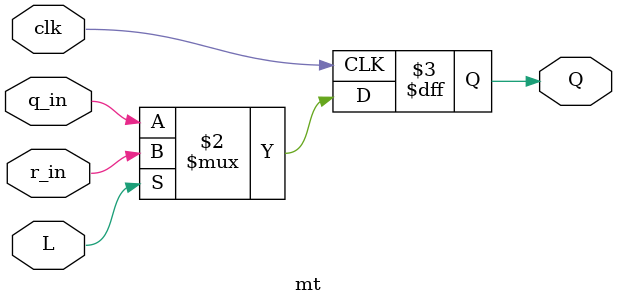
<source format=v>
module top_module (
	input [2:0] SW,      // R
	input [1:0] KEY,     // L and clk
	output [2:0] LEDR);  // Q

    mt inst1(KEY[0], KEY[1], SW[0], LEDR[2], LEDR[0]);
    mt inst2(KEY[0], KEY[1], SW[1], LEDR[0], LEDR[1]);
    mt inst3(KEY[0], KEY[1], SW[2], LEDR[2]^LEDR[1], LEDR[2]);

endmodule

//---------------------
module mt (
	input clk,
	input L,
	input r_in,
	input q_in,
	output reg Q);
    always @(posedge clk)
        Q <= L ? r_in : q_in;
endmodule


</source>
